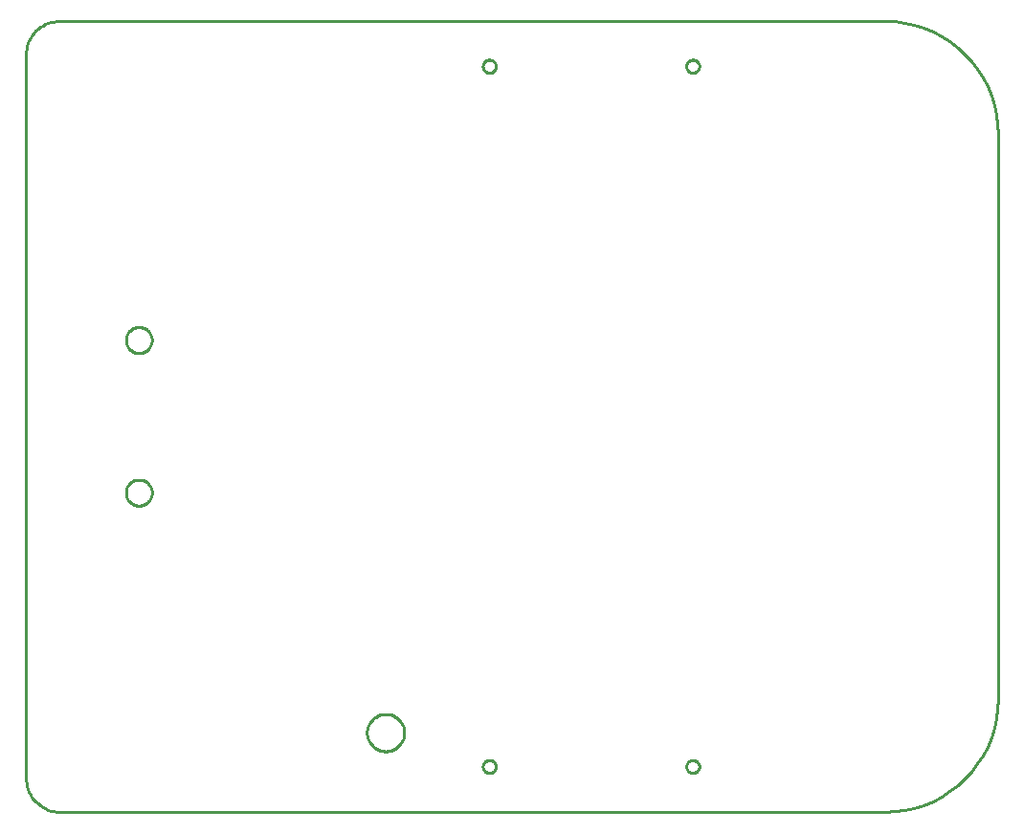
<source format=gbr>
G04 EAGLE Gerber RS-274X export*
G75*
%MOMM*%
%FSLAX34Y34*%
%LPD*%
%IN*%
%IPPOS*%
%AMOC8*
5,1,8,0,0,1.08239X$1,22.5*%
G01*
%ADD10C,0.254000*%


D10*
X0Y30000D02*
X114Y27385D01*
X456Y24791D01*
X1022Y22235D01*
X1809Y19739D01*
X2811Y17321D01*
X4019Y15000D01*
X5425Y12793D01*
X7019Y10716D01*
X8787Y8787D01*
X10716Y7019D01*
X12793Y5425D01*
X15000Y4019D01*
X17321Y2811D01*
X19739Y1809D01*
X22235Y1022D01*
X24791Y456D01*
X27385Y114D01*
X30000Y0D01*
X760000Y0D01*
X768716Y381D01*
X777365Y1519D01*
X785882Y3407D01*
X794202Y6031D01*
X802262Y9369D01*
X810000Y13397D01*
X817358Y18085D01*
X824279Y23396D01*
X830711Y29289D01*
X836604Y35721D01*
X841915Y42642D01*
X846603Y50000D01*
X850631Y57738D01*
X853969Y65798D01*
X856593Y74118D01*
X858481Y82635D01*
X859619Y91284D01*
X860000Y100000D01*
X860000Y600000D01*
X859619Y608716D01*
X858481Y617365D01*
X856593Y625882D01*
X853969Y634202D01*
X850631Y642262D01*
X846603Y650000D01*
X841915Y657358D01*
X836604Y664279D01*
X830711Y670711D01*
X824279Y676604D01*
X817358Y681915D01*
X810000Y686603D01*
X802262Y690631D01*
X794202Y693969D01*
X785882Y696593D01*
X777365Y698481D01*
X768716Y699619D01*
X760000Y700000D01*
X30000Y700000D01*
X27385Y699886D01*
X24791Y699544D01*
X22235Y698978D01*
X19739Y698191D01*
X17321Y697189D01*
X15000Y695981D01*
X12793Y694575D01*
X10716Y692981D01*
X8787Y691213D01*
X7019Y689284D01*
X5425Y687207D01*
X4019Y685000D01*
X2811Y682679D01*
X1809Y680261D01*
X1022Y677765D01*
X456Y675209D01*
X114Y672615D01*
X0Y670000D01*
X0Y30000D01*
X317720Y53490D02*
X316641Y53561D01*
X315569Y53702D01*
X314509Y53913D01*
X313465Y54192D01*
X312441Y54540D01*
X311443Y54954D01*
X310473Y55432D01*
X309537Y55972D01*
X308638Y56573D01*
X307781Y57231D01*
X306968Y57944D01*
X306204Y58708D01*
X305491Y59521D01*
X304833Y60378D01*
X304232Y61277D01*
X303692Y62213D01*
X303214Y63183D01*
X302800Y64181D01*
X302452Y65205D01*
X302173Y66249D01*
X301962Y67309D01*
X301821Y68381D01*
X301750Y69460D01*
X301750Y70540D01*
X301821Y71619D01*
X301962Y72691D01*
X302173Y73751D01*
X302452Y74795D01*
X302800Y75819D01*
X303214Y76817D01*
X303692Y77787D01*
X304232Y78723D01*
X304833Y79622D01*
X305491Y80479D01*
X306204Y81292D01*
X306968Y82057D01*
X307781Y82769D01*
X308638Y83427D01*
X309537Y84028D01*
X310473Y84568D01*
X311443Y85046D01*
X312441Y85460D01*
X313465Y85808D01*
X314509Y86087D01*
X315569Y86298D01*
X316641Y86439D01*
X317720Y86510D01*
X318800Y86510D01*
X319879Y86439D01*
X320951Y86298D01*
X322011Y86087D01*
X323055Y85808D01*
X324079Y85460D01*
X325077Y85046D01*
X326047Y84568D01*
X326983Y84028D01*
X327882Y83427D01*
X328739Y82769D01*
X329552Y82057D01*
X330317Y81292D01*
X331029Y80479D01*
X331687Y79622D01*
X332288Y78723D01*
X332828Y77787D01*
X333306Y76817D01*
X333720Y75819D01*
X334068Y74795D01*
X334347Y73751D01*
X334558Y72691D01*
X334699Y71619D01*
X334770Y70540D01*
X334770Y69460D01*
X334699Y68381D01*
X334558Y67309D01*
X334347Y66249D01*
X334068Y65205D01*
X333720Y64181D01*
X333306Y63183D01*
X332828Y62213D01*
X332288Y61277D01*
X331687Y60378D01*
X331029Y59521D01*
X330317Y58708D01*
X329552Y57944D01*
X328739Y57231D01*
X327882Y56573D01*
X326983Y55972D01*
X326047Y55432D01*
X325077Y54954D01*
X324079Y54540D01*
X323055Y54192D01*
X322011Y53913D01*
X320951Y53702D01*
X319879Y53561D01*
X318800Y53490D01*
X317720Y53490D01*
X100452Y429000D02*
X101353Y428929D01*
X102245Y428788D01*
X103124Y428577D01*
X103983Y428298D01*
X104818Y427952D01*
X105623Y427541D01*
X106394Y427069D01*
X107125Y426538D01*
X107812Y425951D01*
X108451Y425312D01*
X109038Y424625D01*
X109569Y423894D01*
X110041Y423123D01*
X110452Y422318D01*
X110798Y421483D01*
X111077Y420624D01*
X111288Y419745D01*
X111429Y418853D01*
X111500Y417952D01*
X111500Y417048D01*
X111429Y416147D01*
X111288Y415255D01*
X111077Y414376D01*
X110798Y413517D01*
X110452Y412682D01*
X110041Y411877D01*
X109569Y411106D01*
X109038Y410375D01*
X108451Y409688D01*
X107812Y409049D01*
X107125Y408462D01*
X106394Y407931D01*
X105623Y407459D01*
X104818Y407048D01*
X103983Y406702D01*
X103124Y406423D01*
X102245Y406212D01*
X101353Y406071D01*
X100452Y406000D01*
X99548Y406000D01*
X98647Y406071D01*
X97755Y406212D01*
X96876Y406423D01*
X96017Y406702D01*
X95182Y407048D01*
X94377Y407459D01*
X93606Y407931D01*
X92875Y408462D01*
X92188Y409049D01*
X91549Y409688D01*
X90962Y410375D01*
X90431Y411106D01*
X89959Y411877D01*
X89548Y412682D01*
X89202Y413517D01*
X88923Y414376D01*
X88712Y415255D01*
X88571Y416147D01*
X88500Y417048D01*
X88500Y417952D01*
X88571Y418853D01*
X88712Y419745D01*
X88923Y420624D01*
X89202Y421483D01*
X89548Y422318D01*
X89959Y423123D01*
X90431Y423894D01*
X90962Y424625D01*
X91549Y425312D01*
X92188Y425951D01*
X92875Y426538D01*
X93606Y427069D01*
X94377Y427541D01*
X95182Y427952D01*
X96017Y428298D01*
X96876Y428577D01*
X97755Y428788D01*
X98647Y428929D01*
X99548Y429000D01*
X100452Y429000D01*
X100452Y294000D02*
X101353Y293929D01*
X102245Y293788D01*
X103124Y293577D01*
X103983Y293298D01*
X104818Y292952D01*
X105623Y292541D01*
X106394Y292069D01*
X107125Y291538D01*
X107812Y290951D01*
X108451Y290312D01*
X109038Y289625D01*
X109569Y288894D01*
X110041Y288123D01*
X110452Y287318D01*
X110798Y286483D01*
X111077Y285624D01*
X111288Y284745D01*
X111429Y283853D01*
X111500Y282952D01*
X111500Y282048D01*
X111429Y281147D01*
X111288Y280255D01*
X111077Y279376D01*
X110798Y278517D01*
X110452Y277682D01*
X110041Y276877D01*
X109569Y276106D01*
X109038Y275375D01*
X108451Y274688D01*
X107812Y274049D01*
X107125Y273462D01*
X106394Y272931D01*
X105623Y272459D01*
X104818Y272048D01*
X103983Y271702D01*
X103124Y271423D01*
X102245Y271212D01*
X101353Y271071D01*
X100452Y271000D01*
X99548Y271000D01*
X98647Y271071D01*
X97755Y271212D01*
X96876Y271423D01*
X96017Y271702D01*
X95182Y272048D01*
X94377Y272459D01*
X93606Y272931D01*
X92875Y273462D01*
X92188Y274049D01*
X91549Y274688D01*
X90962Y275375D01*
X90431Y276106D01*
X89959Y276877D01*
X89548Y277682D01*
X89202Y278517D01*
X88923Y279376D01*
X88712Y280255D01*
X88571Y281147D01*
X88500Y282048D01*
X88500Y282952D01*
X88571Y283853D01*
X88712Y284745D01*
X88923Y285624D01*
X89202Y286483D01*
X89548Y287318D01*
X89959Y288123D01*
X90431Y288894D01*
X90962Y289625D01*
X91549Y290312D01*
X92188Y290951D01*
X92875Y291538D01*
X93606Y292069D01*
X94377Y292541D01*
X95182Y292952D01*
X96017Y293298D01*
X96876Y293577D01*
X97755Y293788D01*
X98647Y293929D01*
X99548Y294000D01*
X100452Y294000D01*
X410323Y665750D02*
X410965Y665678D01*
X411594Y665534D01*
X412204Y665321D01*
X412786Y665040D01*
X413333Y664697D01*
X413838Y664294D01*
X414294Y663838D01*
X414697Y663333D01*
X415040Y662786D01*
X415321Y662204D01*
X415534Y661594D01*
X415678Y660965D01*
X415750Y660323D01*
X415750Y659677D01*
X415678Y659035D01*
X415534Y658406D01*
X415321Y657796D01*
X415040Y657214D01*
X414697Y656667D01*
X414294Y656162D01*
X413838Y655706D01*
X413333Y655303D01*
X412786Y654960D01*
X412204Y654679D01*
X411594Y654466D01*
X410965Y654322D01*
X410323Y654250D01*
X409677Y654250D01*
X409035Y654322D01*
X408406Y654466D01*
X407796Y654679D01*
X407214Y654960D01*
X406667Y655303D01*
X406162Y655706D01*
X405706Y656162D01*
X405303Y656667D01*
X404960Y657214D01*
X404679Y657796D01*
X404466Y658406D01*
X404322Y659035D01*
X404250Y659677D01*
X404250Y660323D01*
X404322Y660965D01*
X404466Y661594D01*
X404679Y662204D01*
X404960Y662786D01*
X405303Y663333D01*
X405706Y663838D01*
X406162Y664294D01*
X406667Y664697D01*
X407214Y665040D01*
X407796Y665321D01*
X408406Y665534D01*
X409035Y665678D01*
X409677Y665750D01*
X410323Y665750D01*
X590323Y665750D02*
X590965Y665678D01*
X591594Y665534D01*
X592204Y665321D01*
X592786Y665040D01*
X593333Y664697D01*
X593838Y664294D01*
X594294Y663838D01*
X594697Y663333D01*
X595040Y662786D01*
X595321Y662204D01*
X595534Y661594D01*
X595678Y660965D01*
X595750Y660323D01*
X595750Y659677D01*
X595678Y659035D01*
X595534Y658406D01*
X595321Y657796D01*
X595040Y657214D01*
X594697Y656667D01*
X594294Y656162D01*
X593838Y655706D01*
X593333Y655303D01*
X592786Y654960D01*
X592204Y654679D01*
X591594Y654466D01*
X590965Y654322D01*
X590323Y654250D01*
X589677Y654250D01*
X589035Y654322D01*
X588406Y654466D01*
X587796Y654679D01*
X587214Y654960D01*
X586667Y655303D01*
X586162Y655706D01*
X585706Y656162D01*
X585303Y656667D01*
X584960Y657214D01*
X584679Y657796D01*
X584466Y658406D01*
X584322Y659035D01*
X584250Y659677D01*
X584250Y660323D01*
X584322Y660965D01*
X584466Y661594D01*
X584679Y662204D01*
X584960Y662786D01*
X585303Y663333D01*
X585706Y663838D01*
X586162Y664294D01*
X586667Y664697D01*
X587214Y665040D01*
X587796Y665321D01*
X588406Y665534D01*
X589035Y665678D01*
X589677Y665750D01*
X590323Y665750D01*
X589677Y34250D02*
X589035Y34322D01*
X588406Y34466D01*
X587796Y34679D01*
X587214Y34960D01*
X586667Y35303D01*
X586162Y35706D01*
X585706Y36162D01*
X585303Y36667D01*
X584960Y37214D01*
X584679Y37796D01*
X584466Y38406D01*
X584322Y39035D01*
X584250Y39677D01*
X584250Y40323D01*
X584322Y40965D01*
X584466Y41594D01*
X584679Y42204D01*
X584960Y42786D01*
X585303Y43333D01*
X585706Y43838D01*
X586162Y44294D01*
X586667Y44697D01*
X587214Y45040D01*
X587796Y45321D01*
X588406Y45534D01*
X589035Y45678D01*
X589677Y45750D01*
X590323Y45750D01*
X590965Y45678D01*
X591594Y45534D01*
X592204Y45321D01*
X592786Y45040D01*
X593333Y44697D01*
X593838Y44294D01*
X594294Y43838D01*
X594697Y43333D01*
X595040Y42786D01*
X595321Y42204D01*
X595534Y41594D01*
X595678Y40965D01*
X595750Y40323D01*
X595750Y39677D01*
X595678Y39035D01*
X595534Y38406D01*
X595321Y37796D01*
X595040Y37214D01*
X594697Y36667D01*
X594294Y36162D01*
X593838Y35706D01*
X593333Y35303D01*
X592786Y34960D01*
X592204Y34679D01*
X591594Y34466D01*
X590965Y34322D01*
X590323Y34250D01*
X589677Y34250D01*
X409677Y34250D02*
X409035Y34322D01*
X408406Y34466D01*
X407796Y34679D01*
X407214Y34960D01*
X406667Y35303D01*
X406162Y35706D01*
X405706Y36162D01*
X405303Y36667D01*
X404960Y37214D01*
X404679Y37796D01*
X404466Y38406D01*
X404322Y39035D01*
X404250Y39677D01*
X404250Y40323D01*
X404322Y40965D01*
X404466Y41594D01*
X404679Y42204D01*
X404960Y42786D01*
X405303Y43333D01*
X405706Y43838D01*
X406162Y44294D01*
X406667Y44697D01*
X407214Y45040D01*
X407796Y45321D01*
X408406Y45534D01*
X409035Y45678D01*
X409677Y45750D01*
X410323Y45750D01*
X410965Y45678D01*
X411594Y45534D01*
X412204Y45321D01*
X412786Y45040D01*
X413333Y44697D01*
X413838Y44294D01*
X414294Y43838D01*
X414697Y43333D01*
X415040Y42786D01*
X415321Y42204D01*
X415534Y41594D01*
X415678Y40965D01*
X415750Y40323D01*
X415750Y39677D01*
X415678Y39035D01*
X415534Y38406D01*
X415321Y37796D01*
X415040Y37214D01*
X414697Y36667D01*
X414294Y36162D01*
X413838Y35706D01*
X413333Y35303D01*
X412786Y34960D01*
X412204Y34679D01*
X411594Y34466D01*
X410965Y34322D01*
X410323Y34250D01*
X409677Y34250D01*
M02*

</source>
